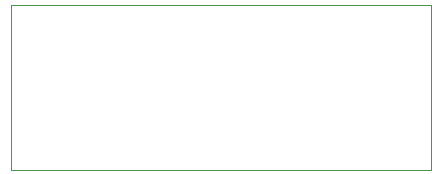
<source format=gbr>
%TF.GenerationSoftware,KiCad,Pcbnew,8.0.8-8.0.8-0~ubuntu24.04.1*%
%TF.CreationDate,2025-02-12T12:18:38-05:00*%
%TF.ProjectId,r2rdac,72327264-6163-42e6-9b69-6361645f7063,rev?*%
%TF.SameCoordinates,Original*%
%TF.FileFunction,Profile,NP*%
%FSLAX46Y46*%
G04 Gerber Fmt 4.6, Leading zero omitted, Abs format (unit mm)*
G04 Created by KiCad (PCBNEW 8.0.8-8.0.8-0~ubuntu24.04.1) date 2025-02-12 12:18:38*
%MOMM*%
%LPD*%
G01*
G04 APERTURE LIST*
%TA.AperFunction,Profile*%
%ADD10C,0.050000*%
%TD*%
G04 APERTURE END LIST*
D10*
X102870000Y-83820000D02*
X102870000Y-97790000D01*
X102870000Y-97790000D02*
X138430000Y-97790000D01*
X138430000Y-83820000D02*
X102870000Y-83820000D01*
X138430000Y-97790000D02*
X138430000Y-83820000D01*
M02*

</source>
